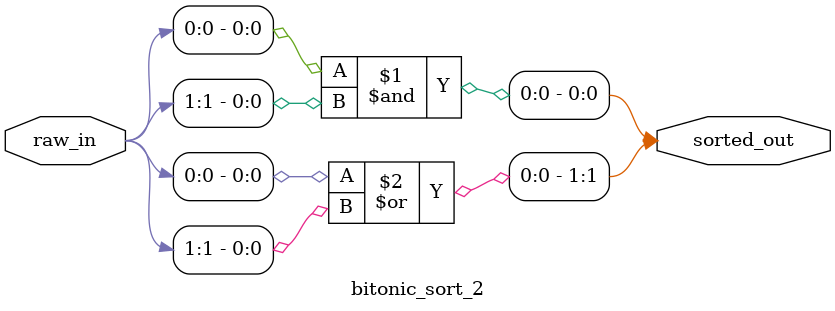
<source format=sv>

`ifndef _BITONIC_SORT_2_SV_
`define _BITONIC_SORT_2_SV_

`timescale 1ns / 1ps

module bitonic_sort_2 (sorted_out, raw_in); 
    input [0:1] raw_in;
    output [0:1] sorted_out;

    and min(sorted_out[0], raw_in[0], raw_in[1]);
    or  max(sorted_out[1], raw_in[0], raw_in[1]);
endmodule
`endif /* _BITONIC_SORT_2_SV_ */
</source>
